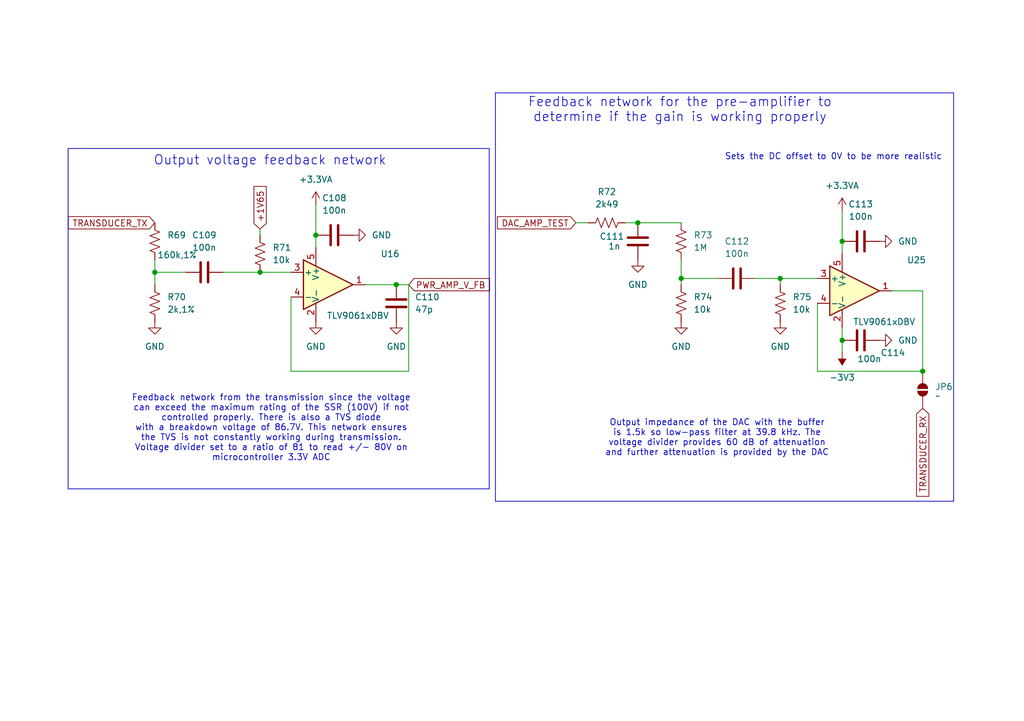
<source format=kicad_sch>
(kicad_sch
	(version 20231120)
	(generator "eeschema")
	(generator_version "8.0")
	(uuid "2eda7243-6777-4e12-9925-dfaf1bcdb188")
	(paper "A5")
	(title_block
		(date "2025-01-17")
		(rev "1.3")
	)
	(lib_symbols
		(symbol "UAM_symbols:C"
			(pin_numbers hide)
			(pin_names
				(offset 0.254)
			)
			(exclude_from_sim no)
			(in_bom yes)
			(on_board yes)
			(property "Reference" "C"
				(at 0.635 2.54 0)
				(effects
					(font
						(size 1.27 1.27)
					)
					(justify left)
				)
			)
			(property "Value" "C"
				(at 0.635 -2.54 0)
				(effects
					(font
						(size 1.27 1.27)
					)
					(justify left)
				)
			)
			(property "Footprint" ""
				(at 0.9652 -3.81 0)
				(effects
					(font
						(size 1.27 1.27)
					)
					(hide yes)
				)
			)
			(property "Datasheet" "~"
				(at 0 0 0)
				(effects
					(font
						(size 1.27 1.27)
					)
					(hide yes)
				)
			)
			(property "Description" "Unpolarized capacitor"
				(at 0 0 0)
				(effects
					(font
						(size 1.27 1.27)
					)
					(hide yes)
				)
			)
			(property "ki_keywords" "cap capacitor"
				(at 0 0 0)
				(effects
					(font
						(size 1.27 1.27)
					)
					(hide yes)
				)
			)
			(property "ki_fp_filters" "C_*"
				(at 0 0 0)
				(effects
					(font
						(size 1.27 1.27)
					)
					(hide yes)
				)
			)
			(symbol "C_0_1"
				(polyline
					(pts
						(xy -2.032 -0.762) (xy 2.032 -0.762)
					)
					(stroke
						(width 0.508)
						(type default)
					)
					(fill
						(type none)
					)
				)
				(polyline
					(pts
						(xy -2.032 0.762) (xy 2.032 0.762)
					)
					(stroke
						(width 0.508)
						(type default)
					)
					(fill
						(type none)
					)
				)
			)
			(symbol "C_1_1"
				(pin passive line
					(at 0 3.81 270)
					(length 2.794)
					(name "~"
						(effects
							(font
								(size 1.27 1.27)
							)
						)
					)
					(number "1"
						(effects
							(font
								(size 1.27 1.27)
							)
						)
					)
				)
				(pin passive line
					(at 0 -3.81 90)
					(length 2.794)
					(name "~"
						(effects
							(font
								(size 1.27 1.27)
							)
						)
					)
					(number "2"
						(effects
							(font
								(size 1.27 1.27)
							)
						)
					)
				)
			)
		)
		(symbol "UAM_symbols:R_US"
			(pin_numbers hide)
			(pin_names
				(offset 0)
			)
			(exclude_from_sim no)
			(in_bom yes)
			(on_board yes)
			(property "Reference" "R"
				(at 2.54 0 90)
				(effects
					(font
						(size 1.27 1.27)
					)
				)
			)
			(property "Value" "R_US"
				(at -2.54 0 90)
				(effects
					(font
						(size 1.27 1.27)
					)
				)
			)
			(property "Footprint" ""
				(at 1.016 -0.254 90)
				(effects
					(font
						(size 1.27 1.27)
					)
					(hide yes)
				)
			)
			(property "Datasheet" "~"
				(at 0 0 0)
				(effects
					(font
						(size 1.27 1.27)
					)
					(hide yes)
				)
			)
			(property "Description" "Resistor, US symbol"
				(at 0 0 0)
				(effects
					(font
						(size 1.27 1.27)
					)
					(hide yes)
				)
			)
			(property "ki_keywords" "R res resistor"
				(at 0 0 0)
				(effects
					(font
						(size 1.27 1.27)
					)
					(hide yes)
				)
			)
			(property "ki_fp_filters" "R_*"
				(at 0 0 0)
				(effects
					(font
						(size 1.27 1.27)
					)
					(hide yes)
				)
			)
			(symbol "R_US_0_1"
				(polyline
					(pts
						(xy 0 -2.286) (xy 0 -2.54)
					)
					(stroke
						(width 0)
						(type default)
					)
					(fill
						(type none)
					)
				)
				(polyline
					(pts
						(xy 0 2.286) (xy 0 2.54)
					)
					(stroke
						(width 0)
						(type default)
					)
					(fill
						(type none)
					)
				)
				(polyline
					(pts
						(xy 0 -0.762) (xy 1.016 -1.143) (xy 0 -1.524) (xy -1.016 -1.905) (xy 0 -2.286)
					)
					(stroke
						(width 0)
						(type default)
					)
					(fill
						(type none)
					)
				)
				(polyline
					(pts
						(xy 0 0.762) (xy 1.016 0.381) (xy 0 0) (xy -1.016 -0.381) (xy 0 -0.762)
					)
					(stroke
						(width 0)
						(type default)
					)
					(fill
						(type none)
					)
				)
				(polyline
					(pts
						(xy 0 2.286) (xy 1.016 1.905) (xy 0 1.524) (xy -1.016 1.143) (xy 0 0.762)
					)
					(stroke
						(width 0)
						(type default)
					)
					(fill
						(type none)
					)
				)
			)
			(symbol "R_US_1_1"
				(pin passive line
					(at 0 3.81 270)
					(length 1.27)
					(name "~"
						(effects
							(font
								(size 1.27 1.27)
							)
						)
					)
					(number "1"
						(effects
							(font
								(size 1.27 1.27)
							)
						)
					)
				)
				(pin passive line
					(at 0 -3.81 90)
					(length 1.27)
					(name "~"
						(effects
							(font
								(size 1.27 1.27)
							)
						)
					)
					(number "2"
						(effects
							(font
								(size 1.27 1.27)
							)
						)
					)
				)
			)
		)
		(symbol "UAM_symbols:SolderJumper_2_Open"
			(pin_numbers hide)
			(pin_names
				(offset 0) hide)
			(exclude_from_sim yes)
			(in_bom no)
			(on_board yes)
			(property "Reference" "JP"
				(at 0 2.032 0)
				(effects
					(font
						(size 1.27 1.27)
					)
				)
			)
			(property "Value" "SolderJumper_2_Open"
				(at 0 -2.54 0)
				(effects
					(font
						(size 1.27 1.27)
					)
				)
			)
			(property "Footprint" ""
				(at 0 0 0)
				(effects
					(font
						(size 1.27 1.27)
					)
					(hide yes)
				)
			)
			(property "Datasheet" "~"
				(at 0 0 0)
				(effects
					(font
						(size 1.27 1.27)
					)
					(hide yes)
				)
			)
			(property "Description" "Solder Jumper, 2-pole, open"
				(at 0 0 0)
				(effects
					(font
						(size 1.27 1.27)
					)
					(hide yes)
				)
			)
			(property "ki_keywords" "solder jumper SPST"
				(at 0 0 0)
				(effects
					(font
						(size 1.27 1.27)
					)
					(hide yes)
				)
			)
			(property "ki_fp_filters" "SolderJumper*Open*"
				(at 0 0 0)
				(effects
					(font
						(size 1.27 1.27)
					)
					(hide yes)
				)
			)
			(symbol "SolderJumper_2_Open_0_1"
				(arc
					(start -0.254 1.016)
					(mid -1.2656 0)
					(end -0.254 -1.016)
					(stroke
						(width 0)
						(type default)
					)
					(fill
						(type none)
					)
				)
				(arc
					(start -0.254 1.016)
					(mid -1.2656 0)
					(end -0.254 -1.016)
					(stroke
						(width 0)
						(type default)
					)
					(fill
						(type outline)
					)
				)
				(polyline
					(pts
						(xy -0.254 1.016) (xy -0.254 -1.016)
					)
					(stroke
						(width 0)
						(type default)
					)
					(fill
						(type none)
					)
				)
				(polyline
					(pts
						(xy 0.254 1.016) (xy 0.254 -1.016)
					)
					(stroke
						(width 0)
						(type default)
					)
					(fill
						(type none)
					)
				)
				(arc
					(start 0.254 -1.016)
					(mid 1.2656 0)
					(end 0.254 1.016)
					(stroke
						(width 0)
						(type default)
					)
					(fill
						(type none)
					)
				)
				(arc
					(start 0.254 -1.016)
					(mid 1.2656 0)
					(end 0.254 1.016)
					(stroke
						(width 0)
						(type default)
					)
					(fill
						(type outline)
					)
				)
			)
			(symbol "SolderJumper_2_Open_1_1"
				(pin passive line
					(at -3.81 0 0)
					(length 2.54)
					(name "A"
						(effects
							(font
								(size 1.27 1.27)
							)
						)
					)
					(number "1"
						(effects
							(font
								(size 1.27 1.27)
							)
						)
					)
				)
				(pin passive line
					(at 3.81 0 180)
					(length 2.54)
					(name "B"
						(effects
							(font
								(size 1.27 1.27)
							)
						)
					)
					(number "2"
						(effects
							(font
								(size 1.27 1.27)
							)
						)
					)
				)
			)
		)
		(symbol "UAM_symbols:TLV9061xDBV"
			(pin_names
				(offset 0.127)
			)
			(exclude_from_sim no)
			(in_bom yes)
			(on_board yes)
			(property "Reference" "U"
				(at -1.27 6.35 0)
				(effects
					(font
						(size 1.27 1.27)
					)
					(justify left)
				)
			)
			(property "Value" "TLV9061xDBV"
				(at -1.27 3.81 0)
				(effects
					(font
						(size 1.27 1.27)
					)
					(justify left)
				)
			)
			(property "Footprint" "Package_TO_SOT_SMD:SOT-23-5"
				(at -15.24 -19.05 0)
				(effects
					(font
						(size 1.27 1.27)
					)
					(justify left)
					(hide yes)
				)
			)
			(property "Datasheet" "https://www.ti.com/lit/ds/symlink/tlv9061.pdf"
				(at 0 20.32 0)
				(effects
					(font
						(size 1.27 1.27)
					)
					(hide yes)
				)
			)
			(property "Description" "10-MHz, RRIO, CMOS Operational Amplifiers for Cost-Sensitive Systems, SOT-23-5"
				(at 0 0 0)
				(effects
					(font
						(size 1.27 1.27)
					)
					(hide yes)
				)
			)
			(property "ki_keywords" "single opamp rail to rail input output"
				(at 0 0 0)
				(effects
					(font
						(size 1.27 1.27)
					)
					(hide yes)
				)
			)
			(property "ki_fp_filters" "SOT?23*"
				(at 0 0 0)
				(effects
					(font
						(size 1.27 1.27)
					)
					(hide yes)
				)
			)
			(symbol "TLV9061xDBV_0_1"
				(polyline
					(pts
						(xy -5.08 5.08) (xy 5.08 0) (xy -5.08 -5.08) (xy -5.08 5.08)
					)
					(stroke
						(width 0.254)
						(type default)
					)
					(fill
						(type background)
					)
				)
				(pin power_in line
					(at -2.54 -7.62 90)
					(length 3.81)
					(name "V-"
						(effects
							(font
								(size 1.27 1.27)
							)
						)
					)
					(number "2"
						(effects
							(font
								(size 1.27 1.27)
							)
						)
					)
				)
				(pin power_in line
					(at -2.54 7.62 270)
					(length 3.81)
					(name "V+"
						(effects
							(font
								(size 1.27 1.27)
							)
						)
					)
					(number "5"
						(effects
							(font
								(size 1.27 1.27)
							)
						)
					)
				)
			)
			(symbol "TLV9061xDBV_1_1"
				(pin output line
					(at 7.62 0 180)
					(length 2.54)
					(name "~"
						(effects
							(font
								(size 1.27 1.27)
							)
						)
					)
					(number "1"
						(effects
							(font
								(size 1.27 1.27)
							)
						)
					)
				)
				(pin input line
					(at -7.62 2.54 0)
					(length 2.54)
					(name "+"
						(effects
							(font
								(size 1.27 1.27)
							)
						)
					)
					(number "3"
						(effects
							(font
								(size 1.27 1.27)
							)
						)
					)
				)
				(pin input line
					(at -7.62 -2.54 0)
					(length 2.54)
					(name "-"
						(effects
							(font
								(size 1.27 1.27)
							)
						)
					)
					(number "4"
						(effects
							(font
								(size 1.27 1.27)
							)
						)
					)
				)
			)
		)
		(symbol "power:+3.3VA"
			(power)
			(pin_numbers hide)
			(pin_names
				(offset 0) hide)
			(exclude_from_sim no)
			(in_bom yes)
			(on_board yes)
			(property "Reference" "#PWR"
				(at 0 -3.81 0)
				(effects
					(font
						(size 1.27 1.27)
					)
					(hide yes)
				)
			)
			(property "Value" "+3.3VA"
				(at 0 3.556 0)
				(effects
					(font
						(size 1.27 1.27)
					)
				)
			)
			(property "Footprint" ""
				(at 0 0 0)
				(effects
					(font
						(size 1.27 1.27)
					)
					(hide yes)
				)
			)
			(property "Datasheet" ""
				(at 0 0 0)
				(effects
					(font
						(size 1.27 1.27)
					)
					(hide yes)
				)
			)
			(property "Description" "Power symbol creates a global label with name \"+3.3VA\""
				(at 0 0 0)
				(effects
					(font
						(size 1.27 1.27)
					)
					(hide yes)
				)
			)
			(property "ki_keywords" "global power"
				(at 0 0 0)
				(effects
					(font
						(size 1.27 1.27)
					)
					(hide yes)
				)
			)
			(symbol "+3.3VA_0_1"
				(polyline
					(pts
						(xy -0.762 1.27) (xy 0 2.54)
					)
					(stroke
						(width 0)
						(type default)
					)
					(fill
						(type none)
					)
				)
				(polyline
					(pts
						(xy 0 0) (xy 0 2.54)
					)
					(stroke
						(width 0)
						(type default)
					)
					(fill
						(type none)
					)
				)
				(polyline
					(pts
						(xy 0 2.54) (xy 0.762 1.27)
					)
					(stroke
						(width 0)
						(type default)
					)
					(fill
						(type none)
					)
				)
			)
			(symbol "+3.3VA_1_1"
				(pin power_in line
					(at 0 0 90)
					(length 0)
					(name "~"
						(effects
							(font
								(size 1.27 1.27)
							)
						)
					)
					(number "1"
						(effects
							(font
								(size 1.27 1.27)
							)
						)
					)
				)
			)
		)
		(symbol "power:-3V3"
			(power)
			(pin_numbers hide)
			(pin_names
				(offset 0) hide)
			(exclude_from_sim no)
			(in_bom yes)
			(on_board yes)
			(property "Reference" "#PWR"
				(at 0 -3.81 0)
				(effects
					(font
						(size 1.27 1.27)
					)
					(hide yes)
				)
			)
			(property "Value" "-3V3"
				(at 0 3.556 0)
				(effects
					(font
						(size 1.27 1.27)
					)
				)
			)
			(property "Footprint" ""
				(at 0 0 0)
				(effects
					(font
						(size 1.27 1.27)
					)
					(hide yes)
				)
			)
			(property "Datasheet" ""
				(at 0 0 0)
				(effects
					(font
						(size 1.27 1.27)
					)
					(hide yes)
				)
			)
			(property "Description" "Power symbol creates a global label with name \"-3V3\""
				(at 0 0 0)
				(effects
					(font
						(size 1.27 1.27)
					)
					(hide yes)
				)
			)
			(property "ki_keywords" "global power"
				(at 0 0 0)
				(effects
					(font
						(size 1.27 1.27)
					)
					(hide yes)
				)
			)
			(symbol "-3V3_0_0"
				(pin power_in line
					(at 0 0 90)
					(length 0)
					(name "~"
						(effects
							(font
								(size 1.27 1.27)
							)
						)
					)
					(number "1"
						(effects
							(font
								(size 1.27 1.27)
							)
						)
					)
				)
			)
			(symbol "-3V3_0_1"
				(polyline
					(pts
						(xy 0 0) (xy 0 1.27) (xy 0.762 1.27) (xy 0 2.54) (xy -0.762 1.27) (xy 0 1.27)
					)
					(stroke
						(width 0)
						(type default)
					)
					(fill
						(type outline)
					)
				)
			)
		)
		(symbol "power:GND"
			(power)
			(pin_numbers hide)
			(pin_names
				(offset 0) hide)
			(exclude_from_sim no)
			(in_bom yes)
			(on_board yes)
			(property "Reference" "#PWR"
				(at 0 -6.35 0)
				(effects
					(font
						(size 1.27 1.27)
					)
					(hide yes)
				)
			)
			(property "Value" "GND"
				(at 0 -3.81 0)
				(effects
					(font
						(size 1.27 1.27)
					)
				)
			)
			(property "Footprint" ""
				(at 0 0 0)
				(effects
					(font
						(size 1.27 1.27)
					)
					(hide yes)
				)
			)
			(property "Datasheet" ""
				(at 0 0 0)
				(effects
					(font
						(size 1.27 1.27)
					)
					(hide yes)
				)
			)
			(property "Description" "Power symbol creates a global label with name \"GND\" , ground"
				(at 0 0 0)
				(effects
					(font
						(size 1.27 1.27)
					)
					(hide yes)
				)
			)
			(property "ki_keywords" "global power"
				(at 0 0 0)
				(effects
					(font
						(size 1.27 1.27)
					)
					(hide yes)
				)
			)
			(symbol "GND_0_1"
				(polyline
					(pts
						(xy 0 0) (xy 0 -1.27) (xy 1.27 -1.27) (xy 0 -2.54) (xy -1.27 -1.27) (xy 0 -1.27)
					)
					(stroke
						(width 0)
						(type default)
					)
					(fill
						(type none)
					)
				)
			)
			(symbol "GND_1_1"
				(pin power_in line
					(at 0 0 270)
					(length 0)
					(name "~"
						(effects
							(font
								(size 1.27 1.27)
							)
						)
					)
					(number "1"
						(effects
							(font
								(size 1.27 1.27)
							)
						)
					)
				)
			)
		)
	)
	(junction
		(at 64.77 48.26)
		(diameter 0)
		(color 0 0 0 0)
		(uuid "35d8ac08-1f92-4a58-92ca-9eb9c7c5a0b0")
	)
	(junction
		(at 172.72 49.53)
		(diameter 0)
		(color 0 0 0 0)
		(uuid "386e0cac-0668-4098-88cf-66f3729ff1a4")
	)
	(junction
		(at 81.28 58.42)
		(diameter 0)
		(color 0 0 0 0)
		(uuid "39adf2d8-eb9d-43bc-b18c-93c1bef7a4e4")
	)
	(junction
		(at 160.02 57.15)
		(diameter 0)
		(color 0 0 0 0)
		(uuid "3fb45684-7c57-49c4-a600-d14945d61949")
	)
	(junction
		(at 31.75 55.88)
		(diameter 0)
		(color 0 0 0 0)
		(uuid "817ff74c-ae77-425a-891c-9b0a09475565")
	)
	(junction
		(at 189.23 76.2)
		(diameter 0)
		(color 0 0 0 0)
		(uuid "9aa628d1-a8f8-46b4-9cf7-156f6d71fa0d")
	)
	(junction
		(at 53.34 55.88)
		(diameter 0)
		(color 0 0 0 0)
		(uuid "ce7e3e45-bed6-436c-aaa5-d3f0f594c4c8")
	)
	(junction
		(at 172.72 69.85)
		(diameter 0)
		(color 0 0 0 0)
		(uuid "e843a698-ad02-4d55-9cf6-ebed1b2c433b")
	)
	(junction
		(at 139.7 57.15)
		(diameter 0)
		(color 0 0 0 0)
		(uuid "eb9a460d-3cb2-4c0f-9935-243a04f0815f")
	)
	(junction
		(at 130.81 45.72)
		(diameter 0)
		(color 0 0 0 0)
		(uuid "f16cefa8-d76b-4a0e-b4d4-b53aeb453ed2")
	)
	(wire
		(pts
			(xy 172.72 49.53) (xy 172.72 52.07)
		)
		(stroke
			(width 0)
			(type default)
		)
		(uuid "274a4012-d856-4f28-96c3-47805af66649")
	)
	(wire
		(pts
			(xy 31.75 55.88) (xy 38.1 55.88)
		)
		(stroke
			(width 0)
			(type default)
		)
		(uuid "2e2359c6-b30a-4526-9ae6-a250720d7d6a")
	)
	(wire
		(pts
			(xy 154.94 57.15) (xy 160.02 57.15)
		)
		(stroke
			(width 0)
			(type default)
		)
		(uuid "2eddb83e-36da-4cee-be8e-096a43c6dc2c")
	)
	(wire
		(pts
			(xy 53.34 46.99) (xy 53.34 48.26)
		)
		(stroke
			(width 0)
			(type default)
		)
		(uuid "351071b4-bfa6-4fa9-94e5-970d55982fa8")
	)
	(wire
		(pts
			(xy 83.82 76.2) (xy 83.82 58.42)
		)
		(stroke
			(width 0)
			(type default)
		)
		(uuid "3ce029ab-0861-419d-b21b-22d83c413c1c")
	)
	(wire
		(pts
			(xy 139.7 57.15) (xy 139.7 58.42)
		)
		(stroke
			(width 0)
			(type default)
		)
		(uuid "4ec34829-5ab0-45e6-8e57-90a769ecbb1a")
	)
	(wire
		(pts
			(xy 167.64 62.23) (xy 167.64 76.2)
		)
		(stroke
			(width 0)
			(type default)
		)
		(uuid "590386fa-b9a5-44a4-9b99-2c6b79640a3e")
	)
	(wire
		(pts
			(xy 59.69 76.2) (xy 83.82 76.2)
		)
		(stroke
			(width 0)
			(type default)
		)
		(uuid "59f6f728-3829-4b6c-9b64-d9f878d66b36")
	)
	(wire
		(pts
			(xy 189.23 59.69) (xy 182.88 59.69)
		)
		(stroke
			(width 0)
			(type default)
		)
		(uuid "6620b426-56f3-4a93-a4bc-65d09e43aa5a")
	)
	(wire
		(pts
			(xy 64.77 41.91) (xy 64.77 48.26)
		)
		(stroke
			(width 0)
			(type default)
		)
		(uuid "6c1e77cd-29c3-4c24-8039-8822849f1da2")
	)
	(wire
		(pts
			(xy 139.7 57.15) (xy 147.32 57.15)
		)
		(stroke
			(width 0)
			(type default)
		)
		(uuid "76d2c8da-2b55-4c72-8ef3-373d2fccb8eb")
	)
	(wire
		(pts
			(xy 31.75 53.34) (xy 31.75 55.88)
		)
		(stroke
			(width 0)
			(type default)
		)
		(uuid "7864f640-3d2b-46a6-a7c2-16bc7a08d219")
	)
	(wire
		(pts
			(xy 130.81 45.72) (xy 139.7 45.72)
		)
		(stroke
			(width 0)
			(type default)
		)
		(uuid "7ab36941-118e-45a0-9e3d-2ba515ef5370")
	)
	(wire
		(pts
			(xy 172.72 43.18) (xy 172.72 49.53)
		)
		(stroke
			(width 0)
			(type default)
		)
		(uuid "89db3fa8-78a7-4896-a920-45f1a088b680")
	)
	(wire
		(pts
			(xy 167.64 76.2) (xy 189.23 76.2)
		)
		(stroke
			(width 0)
			(type default)
		)
		(uuid "8ac6efd6-f8c9-4bad-b4c8-48f95680a925")
	)
	(wire
		(pts
			(xy 81.28 58.42) (xy 74.93 58.42)
		)
		(stroke
			(width 0)
			(type default)
		)
		(uuid "8c2617e2-2203-4dff-a7cd-f82667c46b40")
	)
	(wire
		(pts
			(xy 172.72 67.31) (xy 172.72 69.85)
		)
		(stroke
			(width 0)
			(type default)
		)
		(uuid "9ae8fcb7-2844-40b1-9baf-4b2c3a7a07f2")
	)
	(wire
		(pts
			(xy 128.27 45.72) (xy 130.81 45.72)
		)
		(stroke
			(width 0)
			(type default)
		)
		(uuid "aed873c1-d072-4915-9c76-c688c95183bf")
	)
	(wire
		(pts
			(xy 31.75 55.88) (xy 31.75 58.42)
		)
		(stroke
			(width 0)
			(type default)
		)
		(uuid "b75a1509-ec4c-49c2-8d44-12a8f199fac7")
	)
	(wire
		(pts
			(xy 45.72 55.88) (xy 53.34 55.88)
		)
		(stroke
			(width 0)
			(type default)
		)
		(uuid "c17e3ae2-3733-440b-8a8c-089cc7a9f76a")
	)
	(wire
		(pts
			(xy 160.02 57.15) (xy 167.64 57.15)
		)
		(stroke
			(width 0)
			(type default)
		)
		(uuid "cd827bd8-36d0-4949-bcb9-aa292c99dacc")
	)
	(wire
		(pts
			(xy 59.69 60.96) (xy 59.69 76.2)
		)
		(stroke
			(width 0)
			(type default)
		)
		(uuid "cda284bc-2498-42b2-8096-e57909ff36bc")
	)
	(wire
		(pts
			(xy 189.23 76.2) (xy 189.23 59.69)
		)
		(stroke
			(width 0)
			(type default)
		)
		(uuid "ce82f07f-383b-4a50-b511-2ecfd2c4ff87")
	)
	(wire
		(pts
			(xy 118.11 45.72) (xy 120.65 45.72)
		)
		(stroke
			(width 0)
			(type default)
		)
		(uuid "cee08411-4c64-4473-9ba4-2cbe95090631")
	)
	(wire
		(pts
			(xy 53.34 55.88) (xy 59.69 55.88)
		)
		(stroke
			(width 0)
			(type default)
		)
		(uuid "d5013a9b-ce9f-4448-8700-b266a00b2197")
	)
	(wire
		(pts
			(xy 64.77 48.26) (xy 64.77 50.8)
		)
		(stroke
			(width 0)
			(type default)
		)
		(uuid "d78329bb-f106-4767-9315-e9a0b5c288d7")
	)
	(wire
		(pts
			(xy 83.82 58.42) (xy 81.28 58.42)
		)
		(stroke
			(width 0)
			(type default)
		)
		(uuid "e75e0e2d-66d9-449d-80e9-52e9f8ad3a1f")
	)
	(wire
		(pts
			(xy 172.72 69.85) (xy 172.72 72.39)
		)
		(stroke
			(width 0)
			(type default)
		)
		(uuid "f72414b8-bec4-4fd0-9114-40aaa8bce93e")
	)
	(wire
		(pts
			(xy 160.02 58.42) (xy 160.02 57.15)
		)
		(stroke
			(width 0)
			(type default)
		)
		(uuid "f9af9a10-dc2d-41a2-904b-0581c697f045")
	)
	(wire
		(pts
			(xy 139.7 53.34) (xy 139.7 57.15)
		)
		(stroke
			(width 0)
			(type default)
		)
		(uuid "fa419a60-2e61-4c53-8d88-ea94b6cb68f2")
	)
	(rectangle
		(start 101.6 19.05)
		(end 195.58 102.87)
		(stroke
			(width 0)
			(type default)
		)
		(fill
			(type none)
		)
		(uuid a421dc83-4d93-4c4d-b481-0babefe950bc)
	)
	(rectangle
		(start 13.97 30.48)
		(end 100.33 100.33)
		(stroke
			(width 0)
			(type default)
		)
		(fill
			(type none)
		)
		(uuid c247c3d7-6e94-4c31-bc7c-917893a7cf40)
	)
	(text "Sets the DC offset to 0V to be more realistic"
		(exclude_from_sim no)
		(at 170.942 32.258 0)
		(effects
			(font
				(size 1.27 1.27)
			)
		)
		(uuid "1cf00782-a15e-4ac2-8486-f70abed6a97d")
	)
	(text "Output impedance of the DAC with the buffer\nis 1.5k so low-pass filter at 39.8 kHz. The\nvoltage divider provides 60 dB of attenuation\nand further attenuation is provided by the DAC"
		(exclude_from_sim no)
		(at 147.066 89.916 0)
		(effects
			(font
				(size 1.27 1.27)
			)
		)
		(uuid "2131ef08-77f9-4910-be7d-53cf4ea8585c")
	)
	(text "Feedback network for the pre-amplifier to\ndetermine if the gain is working properly"
		(exclude_from_sim no)
		(at 139.446 22.606 0)
		(effects
			(font
				(size 1.905 1.905)
			)
		)
		(uuid "7919d829-3c48-47c9-a370-56e03a206fc6")
	)
	(text "Feedback network from the transmission since the voltage\ncan exceed the maximum rating of the SSR (100V) if not\ncontrolled properly. There is also a TVS diode\nwith a breakdown voltage of 86.7V. This network ensures\nthe TVS is not constantly working during transmission.\nVoltage divider set to a ratio of 81 to read +/- 80V on\nmicrocontroller 3.3V ADC"
		(exclude_from_sim no)
		(at 55.626 87.884 0)
		(effects
			(font
				(size 1.27 1.27)
			)
		)
		(uuid "8c159ae7-61b8-433b-b497-d35c5074b183")
	)
	(text "Output voltage feedback network"
		(exclude_from_sim no)
		(at 55.372 33.02 0)
		(effects
			(font
				(size 1.905 1.905)
			)
		)
		(uuid "953d23c8-d131-4093-9601-caedcffe8339")
	)
	(global_label "+1V65"
		(shape input)
		(at 53.34 46.99 90)
		(fields_autoplaced yes)
		(effects
			(font
				(size 1.27 1.27)
			)
			(justify left)
		)
		(uuid "032ad69f-ce26-4a08-9cbe-d4941c05901f")
		(property "Intersheetrefs" "${INTERSHEET_REFS}"
			(at 53.34 37.7153 90)
			(effects
				(font
					(size 1.27 1.27)
				)
				(justify left)
				(hide yes)
			)
		)
	)
	(global_label "TRANSDUCER_TX"
		(shape input)
		(at 31.75 45.72 180)
		(fields_autoplaced yes)
		(effects
			(font
				(size 1.27 1.27)
			)
			(justify right)
		)
		(uuid "32df790e-3fb0-48e4-9b94-da5b06424662")
		(property "Intersheetrefs" "${INTERSHEET_REFS}"
			(at 13.4644 45.72 0)
			(effects
				(font
					(size 1.27 1.27)
				)
				(justify right)
				(hide yes)
			)
		)
	)
	(global_label "PWR_AMP_V_FB"
		(shape input)
		(at 83.82 58.42 0)
		(fields_autoplaced yes)
		(effects
			(font
				(size 1.27 1.27)
			)
			(justify left)
		)
		(uuid "38b4e888-45ec-4755-b60d-63aa28e98ecf")
		(property "Intersheetrefs" "${INTERSHEET_REFS}"
			(at 100.9566 58.42 0)
			(effects
				(font
					(size 1.27 1.27)
				)
				(justify left)
				(hide yes)
			)
		)
	)
	(global_label "TRANSDUCER_RX"
		(shape input)
		(at 189.23 83.82 270)
		(fields_autoplaced yes)
		(effects
			(font
				(size 1.27 1.27)
			)
			(justify right)
		)
		(uuid "693d4911-e291-4c57-8097-d32f3116c249")
		(property "Intersheetrefs" "${INTERSHEET_REFS}"
			(at 189.23 102.408 90)
			(effects
				(font
					(size 1.27 1.27)
				)
				(justify right)
				(hide yes)
			)
		)
	)
	(global_label "DAC_AMP_TEST"
		(shape input)
		(at 118.11 45.72 180)
		(fields_autoplaced yes)
		(effects
			(font
				(size 1.27 1.27)
			)
			(justify right)
		)
		(uuid "c698106a-c8aa-415f-9d51-a11a2a7279ab")
		(property "Intersheetrefs" "${INTERSHEET_REFS}"
			(at 101.4573 45.72 0)
			(effects
				(font
					(size 1.27 1.27)
				)
				(justify right)
				(hide yes)
			)
		)
	)
	(symbol
		(lib_id "power:+3.3VA")
		(at 64.77 41.91 0)
		(unit 1)
		(exclude_from_sim no)
		(in_bom yes)
		(on_board yes)
		(dnp no)
		(fields_autoplaced yes)
		(uuid "040009d7-173e-4b55-b768-213962c68da7")
		(property "Reference" "#PWR0174"
			(at 64.77 45.72 0)
			(effects
				(font
					(size 1.27 1.27)
				)
				(hide yes)
			)
		)
		(property "Value" "+3.3VA"
			(at 64.77 36.83 0)
			(effects
				(font
					(size 1.27 1.27)
				)
			)
		)
		(property "Footprint" ""
			(at 64.77 41.91 0)
			(effects
				(font
					(size 1.27 1.27)
				)
				(hide yes)
			)
		)
		(property "Datasheet" ""
			(at 64.77 41.91 0)
			(effects
				(font
					(size 1.27 1.27)
				)
				(hide yes)
			)
		)
		(property "Description" "Power symbol creates a global label with name \"+3.3VA\""
			(at 64.77 41.91 0)
			(effects
				(font
					(size 1.27 1.27)
				)
				(hide yes)
			)
		)
		(pin "1"
			(uuid "83b60db4-c0e3-4273-9621-9fe52aaf89d8")
		)
		(instances
			(project ""
				(path "/af15edda-fefd-41c1-b558-f4be36e6b138/7a9fb0a4-e76b-4d27-a68d-a4a5d98556a9"
					(reference "#PWR0174")
					(unit 1)
				)
			)
		)
	)
	(symbol
		(lib_id "UAM_symbols:C")
		(at 130.81 49.53 0)
		(unit 1)
		(exclude_from_sim no)
		(in_bom yes)
		(on_board yes)
		(dnp no)
		(uuid "0b04ed9e-622c-47b8-843b-b1b3f5493a06")
		(property "Reference" "C111"
			(at 122.936 48.514 0)
			(effects
				(font
					(size 1.27 1.27)
				)
				(justify left)
			)
		)
		(property "Value" "1n"
			(at 124.714 50.546 0)
			(effects
				(font
					(size 1.27 1.27)
				)
				(justify left)
			)
		)
		(property "Footprint" "Capacitor_SMD:C_0603_1608Metric_Pad1.08x0.95mm_HandSolder"
			(at 131.7752 53.34 0)
			(effects
				(font
					(size 1.27 1.27)
				)
				(hide yes)
			)
		)
		(property "Datasheet" "~"
			(at 130.81 49.53 0)
			(effects
				(font
					(size 1.27 1.27)
				)
				(hide yes)
			)
		)
		(property "Description" "Unpolarized capacitor"
			(at 130.81 49.53 0)
			(effects
				(font
					(size 1.27 1.27)
				)
				(hide yes)
			)
		)
		(pin "2"
			(uuid "6516c64b-639e-4bca-a415-51b795ed3e27")
		)
		(pin "1"
			(uuid "4fdae92e-0c9e-4e7b-86c8-b4c02d7ab9fc")
		)
		(instances
			(project ""
				(path "/af15edda-fefd-41c1-b558-f4be36e6b138/7a9fb0a4-e76b-4d27-a68d-a4a5d98556a9"
					(reference "C111")
					(unit 1)
				)
			)
		)
	)
	(symbol
		(lib_id "UAM_symbols:TLV9061xDBV")
		(at 175.26 59.69 0)
		(unit 1)
		(exclude_from_sim no)
		(in_bom yes)
		(on_board yes)
		(dnp no)
		(uuid "0c5a7ee0-df63-455d-bc85-7ac615cd890b")
		(property "Reference" "U25"
			(at 187.96 53.3714 0)
			(effects
				(font
					(size 1.27 1.27)
				)
			)
		)
		(property "Value" "TLV9061xDBV"
			(at 181.356 66.04 0)
			(effects
				(font
					(size 1.27 1.27)
				)
			)
		)
		(property "Footprint" "Package_TO_SOT_SMD:SOT-23-5"
			(at 140.716 48.26 0)
			(effects
				(font
					(size 1.27 1.27)
				)
				(justify left)
				(hide yes)
			)
		)
		(property "Datasheet" "https://www.ti.com/lit/ds/symlink/tlv9061.pdf"
			(at 175.26 39.37 0)
			(effects
				(font
					(size 1.27 1.27)
				)
				(hide yes)
			)
		)
		(property "Description" "10-MHz, RRIO, CMOS Operational Amplifiers for Cost-Sensitive Systems, SOT-23-5"
			(at 175.26 59.69 0)
			(effects
				(font
					(size 1.27 1.27)
				)
				(hide yes)
			)
		)
		(property "Irms" ""
			(at 175.26 59.69 0)
			(effects
				(font
					(size 1.27 1.27)
				)
				(hide yes)
			)
		)
		(property "Tolerance" ""
			(at 175.26 59.69 0)
			(effects
				(font
					(size 1.27 1.27)
				)
				(hide yes)
			)
		)
		(property "Voltage" ""
			(at 175.26 59.69 0)
			(effects
				(font
					(size 1.27 1.27)
				)
				(hide yes)
			)
		)
		(pin "4"
			(uuid "b277bf55-1ad1-450a-a028-5c34ced1c934")
		)
		(pin "2"
			(uuid "8ccd71aa-477a-442c-b7a4-2ce247dd2e0b")
		)
		(pin "5"
			(uuid "a7a458a6-8d6d-4bba-a7e4-8c0af5ff4775")
		)
		(pin "1"
			(uuid "8287d5a3-b213-4477-89ed-3796e9424d2f")
		)
		(pin "3"
			(uuid "c40c21ee-e6ef-49d7-a34c-b2923b93e2f5")
		)
		(instances
			(project "UAM"
				(path "/af15edda-fefd-41c1-b558-f4be36e6b138/7a9fb0a4-e76b-4d27-a68d-a4a5d98556a9"
					(reference "U25")
					(unit 1)
				)
			)
		)
	)
	(symbol
		(lib_id "UAM_symbols:R_US")
		(at 139.7 49.53 180)
		(unit 1)
		(exclude_from_sim no)
		(in_bom yes)
		(on_board yes)
		(dnp no)
		(fields_autoplaced yes)
		(uuid "292a9e23-2143-44c9-8538-909e808035ef")
		(property "Reference" "R73"
			(at 142.24 48.2599 0)
			(effects
				(font
					(size 1.27 1.27)
				)
				(justify right)
			)
		)
		(property "Value" "1M"
			(at 142.24 50.7999 0)
			(effects
				(font
					(size 1.27 1.27)
				)
				(justify right)
			)
		)
		(property "Footprint" "Resistor_SMD:R_0603_1608Metric_Pad0.98x0.95mm_HandSolder"
			(at 138.684 49.276 90)
			(effects
				(font
					(size 1.27 1.27)
				)
				(hide yes)
			)
		)
		(property "Datasheet" "~"
			(at 139.7 49.53 0)
			(effects
				(font
					(size 1.27 1.27)
				)
				(hide yes)
			)
		)
		(property "Description" "Resistor, US symbol"
			(at 139.7 49.53 0)
			(effects
				(font
					(size 1.27 1.27)
				)
				(hide yes)
			)
		)
		(pin "2"
			(uuid "134a9ae4-31d3-4449-b4ef-f57e65dbae8e")
		)
		(pin "1"
			(uuid "5bbe81d9-4748-4c08-a2a4-4f5a28d0ed98")
		)
		(instances
			(project ""
				(path "/af15edda-fefd-41c1-b558-f4be36e6b138/7a9fb0a4-e76b-4d27-a68d-a4a5d98556a9"
					(reference "R73")
					(unit 1)
				)
			)
		)
	)
	(symbol
		(lib_id "UAM_symbols:C")
		(at 41.91 55.88 90)
		(unit 1)
		(exclude_from_sim no)
		(in_bom yes)
		(on_board yes)
		(dnp no)
		(fields_autoplaced yes)
		(uuid "297d72e7-ea07-4d01-bf79-c892b589840d")
		(property "Reference" "C109"
			(at 41.91 48.26 90)
			(effects
				(font
					(size 1.27 1.27)
				)
			)
		)
		(property "Value" "100n"
			(at 41.91 50.8 90)
			(effects
				(font
					(size 1.27 1.27)
				)
			)
		)
		(property "Footprint" "Capacitor_SMD:C_0603_1608Metric_Pad1.08x0.95mm_HandSolder"
			(at 45.72 54.9148 0)
			(effects
				(font
					(size 1.27 1.27)
				)
				(hide yes)
			)
		)
		(property "Datasheet" "~"
			(at 41.91 55.88 0)
			(effects
				(font
					(size 1.27 1.27)
				)
				(hide yes)
			)
		)
		(property "Description" "Unpolarized capacitor"
			(at 41.91 55.88 0)
			(effects
				(font
					(size 1.27 1.27)
				)
				(hide yes)
			)
		)
		(pin "1"
			(uuid "f80aa4b9-8d7e-4025-a80a-cb698c998438")
		)
		(pin "2"
			(uuid "34a29216-0800-4b26-bcba-7f9a6e2f3aa4")
		)
		(instances
			(project ""
				(path "/af15edda-fefd-41c1-b558-f4be36e6b138/7a9fb0a4-e76b-4d27-a68d-a4a5d98556a9"
					(reference "C109")
					(unit 1)
				)
			)
		)
	)
	(symbol
		(lib_id "UAM_symbols:R_US")
		(at 139.7 62.23 180)
		(unit 1)
		(exclude_from_sim no)
		(in_bom yes)
		(on_board yes)
		(dnp no)
		(fields_autoplaced yes)
		(uuid "29b4dc43-58aa-4d30-87ed-b8761dec99d0")
		(property "Reference" "R74"
			(at 142.24 60.9599 0)
			(effects
				(font
					(size 1.27 1.27)
				)
				(justify right)
			)
		)
		(property "Value" "10k"
			(at 142.24 63.4999 0)
			(effects
				(font
					(size 1.27 1.27)
				)
				(justify right)
			)
		)
		(property "Footprint" "Resistor_SMD:R_0603_1608Metric_Pad0.98x0.95mm_HandSolder"
			(at 138.684 61.976 90)
			(effects
				(font
					(size 1.27 1.27)
				)
				(hide yes)
			)
		)
		(property "Datasheet" "~"
			(at 139.7 62.23 0)
			(effects
				(font
					(size 1.27 1.27)
				)
				(hide yes)
			)
		)
		(property "Description" "Resistor, US symbol"
			(at 139.7 62.23 0)
			(effects
				(font
					(size 1.27 1.27)
				)
				(hide yes)
			)
		)
		(pin "2"
			(uuid "134a9ae4-31d3-4449-b4ef-f57e65dbae8f")
		)
		(pin "1"
			(uuid "5bbe81d9-4748-4c08-a2a4-4f5a28d0ed99")
		)
		(instances
			(project ""
				(path "/af15edda-fefd-41c1-b558-f4be36e6b138/7a9fb0a4-e76b-4d27-a68d-a4a5d98556a9"
					(reference "R74")
					(unit 1)
				)
			)
		)
	)
	(symbol
		(lib_id "UAM_symbols:R_US")
		(at 31.75 62.23 0)
		(unit 1)
		(exclude_from_sim no)
		(in_bom yes)
		(on_board yes)
		(dnp no)
		(fields_autoplaced yes)
		(uuid "300f6c8a-49a4-473a-a93b-68c114246f85")
		(property "Reference" "R70"
			(at 34.29 60.9599 0)
			(effects
				(font
					(size 1.27 1.27)
				)
				(justify left)
			)
		)
		(property "Value" "2k,1%"
			(at 34.29 63.4999 0)
			(effects
				(font
					(size 1.27 1.27)
				)
				(justify left)
			)
		)
		(property "Footprint" "Resistor_SMD:R_0603_1608Metric_Pad0.98x0.95mm_HandSolder"
			(at 32.766 62.484 90)
			(effects
				(font
					(size 1.27 1.27)
				)
				(hide yes)
			)
		)
		(property "Datasheet" "~"
			(at 31.75 62.23 0)
			(effects
				(font
					(size 1.27 1.27)
				)
				(hide yes)
			)
		)
		(property "Description" "Resistor, US symbol"
			(at 31.75 62.23 0)
			(effects
				(font
					(size 1.27 1.27)
				)
				(hide yes)
			)
		)
		(pin "1"
			(uuid "6ba23c50-fcaf-4396-b7b4-b539711d0cb1")
		)
		(pin "2"
			(uuid "d2a3c1c5-78a9-4bfd-bf23-df502f979cc1")
		)
		(instances
			(project ""
				(path "/af15edda-fefd-41c1-b558-f4be36e6b138/7a9fb0a4-e76b-4d27-a68d-a4a5d98556a9"
					(reference "R70")
					(unit 1)
				)
			)
		)
	)
	(symbol
		(lib_id "UAM_symbols:SolderJumper_2_Open")
		(at 189.23 80.01 90)
		(unit 1)
		(exclude_from_sim yes)
		(in_bom no)
		(on_board yes)
		(dnp no)
		(fields_autoplaced yes)
		(uuid "309c9981-e799-4d33-962a-f62bb922b931")
		(property "Reference" "JP6"
			(at 191.77 79.3749 90)
			(effects
				(font
					(size 1.27 1.27)
				)
				(justify right)
			)
		)
		(property "Value" "~"
			(at 191.77 81.28 90)
			(effects
				(font
					(size 1.27 1.27)
				)
				(justify right)
			)
		)
		(property "Footprint" "Jumper:SolderJumper-2_P1.3mm_Open_RoundedPad1.0x1.5mm"
			(at 189.23 80.01 0)
			(effects
				(font
					(size 1.27 1.27)
				)
				(hide yes)
			)
		)
		(property "Datasheet" "~"
			(at 189.23 80.01 0)
			(effects
				(font
					(size 1.27 1.27)
				)
				(hide yes)
			)
		)
		(property "Description" "Solder Jumper, 2-pole, open"
			(at 189.23 80.01 0)
			(effects
				(font
					(size 1.27 1.27)
				)
				(hide yes)
			)
		)
		(pin "1"
			(uuid "9cd2e3ed-3aa7-499c-8bc4-a73794fdc5de")
		)
		(pin "2"
			(uuid "3a20be0d-cdce-47fe-bfd8-4ed4d47097c5")
		)
		(instances
			(project ""
				(path "/af15edda-fefd-41c1-b558-f4be36e6b138/7a9fb0a4-e76b-4d27-a68d-a4a5d98556a9"
					(reference "JP6")
					(unit 1)
				)
			)
		)
	)
	(symbol
		(lib_id "UAM_symbols:C")
		(at 151.13 57.15 90)
		(unit 1)
		(exclude_from_sim no)
		(in_bom yes)
		(on_board yes)
		(dnp no)
		(fields_autoplaced yes)
		(uuid "332ad154-b126-4220-928a-d02769a69522")
		(property "Reference" "C112"
			(at 151.13 49.53 90)
			(effects
				(font
					(size 1.27 1.27)
				)
			)
		)
		(property "Value" "100n"
			(at 151.13 52.07 90)
			(effects
				(font
					(size 1.27 1.27)
				)
			)
		)
		(property "Footprint" "Capacitor_SMD:C_0603_1608Metric_Pad1.08x0.95mm_HandSolder"
			(at 154.94 56.1848 0)
			(effects
				(font
					(size 1.27 1.27)
				)
				(hide yes)
			)
		)
		(property "Datasheet" "~"
			(at 151.13 57.15 0)
			(effects
				(font
					(size 1.27 1.27)
				)
				(hide yes)
			)
		)
		(property "Description" "Unpolarized capacitor"
			(at 151.13 57.15 0)
			(effects
				(font
					(size 1.27 1.27)
				)
				(hide yes)
			)
		)
		(pin "1"
			(uuid "31473ce0-62d1-4d15-8e25-c01621cf0a2a")
		)
		(pin "2"
			(uuid "2bb4f329-d114-4d63-ad66-3daf6bd158d4")
		)
		(instances
			(project ""
				(path "/af15edda-fefd-41c1-b558-f4be36e6b138/7a9fb0a4-e76b-4d27-a68d-a4a5d98556a9"
					(reference "C112")
					(unit 1)
				)
			)
		)
	)
	(symbol
		(lib_id "UAM_symbols:C")
		(at 81.28 62.23 0)
		(unit 1)
		(exclude_from_sim no)
		(in_bom yes)
		(on_board yes)
		(dnp no)
		(fields_autoplaced yes)
		(uuid "3d3bd819-0285-4bcd-9a3f-764292cdea4d")
		(property "Reference" "C110"
			(at 85.09 60.9599 0)
			(effects
				(font
					(size 1.27 1.27)
				)
				(justify left)
			)
		)
		(property "Value" "47p"
			(at 85.09 63.4999 0)
			(effects
				(font
					(size 1.27 1.27)
				)
				(justify left)
			)
		)
		(property "Footprint" "Capacitor_SMD:C_0603_1608Metric_Pad1.08x0.95mm_HandSolder"
			(at 82.2452 66.04 0)
			(effects
				(font
					(size 1.27 1.27)
				)
				(hide yes)
			)
		)
		(property "Datasheet" "~"
			(at 81.28 62.23 0)
			(effects
				(font
					(size 1.27 1.27)
				)
				(hide yes)
			)
		)
		(property "Description" "Unpolarized capacitor"
			(at 81.28 62.23 0)
			(effects
				(font
					(size 1.27 1.27)
				)
				(hide yes)
			)
		)
		(pin "2"
			(uuid "2ab4360d-7162-43e5-94a0-028e1fd6fc31")
		)
		(pin "1"
			(uuid "6630e8ab-c531-4e3b-a27d-f872315c1a05")
		)
		(instances
			(project ""
				(path "/af15edda-fefd-41c1-b558-f4be36e6b138/7a9fb0a4-e76b-4d27-a68d-a4a5d98556a9"
					(reference "C110")
					(unit 1)
				)
			)
		)
	)
	(symbol
		(lib_id "UAM_symbols:R_US")
		(at 31.75 49.53 0)
		(unit 1)
		(exclude_from_sim no)
		(in_bom yes)
		(on_board yes)
		(dnp no)
		(uuid "441fcb67-8ce1-432a-a87a-a24646eb816d")
		(property "Reference" "R69"
			(at 34.29 48.2599 0)
			(effects
				(font
					(size 1.27 1.27)
				)
				(justify left)
			)
		)
		(property "Value" "160k,1%"
			(at 32.258 52.324 0)
			(effects
				(font
					(size 1.27 1.27)
				)
				(justify left)
			)
		)
		(property "Footprint" "Resistor_SMD:R_0805_2012Metric_Pad1.20x1.40mm_HandSolder"
			(at 32.766 49.784 90)
			(effects
				(font
					(size 1.27 1.27)
				)
				(hide yes)
			)
		)
		(property "Datasheet" "~"
			(at 31.75 49.53 0)
			(effects
				(font
					(size 1.27 1.27)
				)
				(hide yes)
			)
		)
		(property "Description" "Resistor, US symbol"
			(at 31.75 49.53 0)
			(effects
				(font
					(size 1.27 1.27)
				)
				(hide yes)
			)
		)
		(pin "1"
			(uuid "6ba23c50-fcaf-4396-b7b4-b539711d0cb2")
		)
		(pin "2"
			(uuid "d2a3c1c5-78a9-4bfd-bf23-df502f979cc2")
		)
		(instances
			(project ""
				(path "/af15edda-fefd-41c1-b558-f4be36e6b138/7a9fb0a4-e76b-4d27-a68d-a4a5d98556a9"
					(reference "R69")
					(unit 1)
				)
			)
		)
	)
	(symbol
		(lib_id "power:GND")
		(at 64.77 66.04 0)
		(unit 1)
		(exclude_from_sim no)
		(in_bom yes)
		(on_board yes)
		(dnp no)
		(fields_autoplaced yes)
		(uuid "58b83551-a29f-4d43-98fa-df108454bf3a")
		(property "Reference" "#PWR0172"
			(at 64.77 72.39 0)
			(effects
				(font
					(size 1.27 1.27)
				)
				(hide yes)
			)
		)
		(property "Value" "GND"
			(at 64.77 71.12 0)
			(effects
				(font
					(size 1.27 1.27)
				)
			)
		)
		(property "Footprint" ""
			(at 64.77 66.04 0)
			(effects
				(font
					(size 1.27 1.27)
				)
				(hide yes)
			)
		)
		(property "Datasheet" ""
			(at 64.77 66.04 0)
			(effects
				(font
					(size 1.27 1.27)
				)
				(hide yes)
			)
		)
		(property "Description" "Power symbol creates a global label with name \"GND\" , ground"
			(at 64.77 66.04 0)
			(effects
				(font
					(size 1.27 1.27)
				)
				(hide yes)
			)
		)
		(pin "1"
			(uuid "637d4b7d-a8ad-4a10-82c1-b0ede15787ed")
		)
		(instances
			(project ""
				(path "/af15edda-fefd-41c1-b558-f4be36e6b138/7a9fb0a4-e76b-4d27-a68d-a4a5d98556a9"
					(reference "#PWR0172")
					(unit 1)
				)
			)
		)
	)
	(symbol
		(lib_id "power:GND")
		(at 180.34 49.53 90)
		(unit 1)
		(exclude_from_sim no)
		(in_bom yes)
		(on_board yes)
		(dnp no)
		(fields_autoplaced yes)
		(uuid "68842bb6-dc09-4710-a9e0-a018b5752868")
		(property "Reference" "#PWR0180"
			(at 186.69 49.53 0)
			(effects
				(font
					(size 1.27 1.27)
				)
				(hide yes)
			)
		)
		(property "Value" "GND"
			(at 184.15 49.5299 90)
			(effects
				(font
					(size 1.27 1.27)
				)
				(justify right)
			)
		)
		(property "Footprint" ""
			(at 180.34 49.53 0)
			(effects
				(font
					(size 1.27 1.27)
				)
				(hide yes)
			)
		)
		(property "Datasheet" ""
			(at 180.34 49.53 0)
			(effects
				(font
					(size 1.27 1.27)
				)
				(hide yes)
			)
		)
		(property "Description" "Power symbol creates a global label with name \"GND\" , ground"
			(at 180.34 49.53 0)
			(effects
				(font
					(size 1.27 1.27)
				)
				(hide yes)
			)
		)
		(pin "1"
			(uuid "94eb6be8-74b8-4a2c-8ed7-8e6d91666f6f")
		)
		(instances
			(project "UAM"
				(path "/af15edda-fefd-41c1-b558-f4be36e6b138/7a9fb0a4-e76b-4d27-a68d-a4a5d98556a9"
					(reference "#PWR0180")
					(unit 1)
				)
			)
		)
	)
	(symbol
		(lib_id "UAM_symbols:R_US")
		(at 53.34 52.07 0)
		(unit 1)
		(exclude_from_sim no)
		(in_bom yes)
		(on_board yes)
		(dnp no)
		(fields_autoplaced yes)
		(uuid "6a1908d7-c28f-410f-82f6-e8f41b1ca70e")
		(property "Reference" "R71"
			(at 55.88 50.7999 0)
			(effects
				(font
					(size 1.27 1.27)
				)
				(justify left)
			)
		)
		(property "Value" "10k"
			(at 55.88 53.3399 0)
			(effects
				(font
					(size 1.27 1.27)
				)
				(justify left)
			)
		)
		(property "Footprint" "Resistor_SMD:R_0603_1608Metric_Pad0.98x0.95mm_HandSolder"
			(at 54.356 52.324 90)
			(effects
				(font
					(size 1.27 1.27)
				)
				(hide yes)
			)
		)
		(property "Datasheet" "~"
			(at 53.34 52.07 0)
			(effects
				(font
					(size 1.27 1.27)
				)
				(hide yes)
			)
		)
		(property "Description" "Resistor, US symbol"
			(at 53.34 52.07 0)
			(effects
				(font
					(size 1.27 1.27)
				)
				(hide yes)
			)
		)
		(pin "1"
			(uuid "1b01d57c-572b-4141-bccf-86e0a14da2c9")
		)
		(pin "2"
			(uuid "e49cda7e-19bf-4085-a9eb-8beba9c67c65")
		)
		(instances
			(project "UAM"
				(path "/af15edda-fefd-41c1-b558-f4be36e6b138/7a9fb0a4-e76b-4d27-a68d-a4a5d98556a9"
					(reference "R71")
					(unit 1)
				)
			)
		)
	)
	(symbol
		(lib_id "UAM_symbols:C")
		(at 68.58 48.26 90)
		(unit 1)
		(exclude_from_sim no)
		(in_bom yes)
		(on_board yes)
		(dnp no)
		(fields_autoplaced yes)
		(uuid "7c66f7ec-eb7a-40e7-9643-5f261f92dd35")
		(property "Reference" "C108"
			(at 68.58 40.64 90)
			(effects
				(font
					(size 1.27 1.27)
				)
			)
		)
		(property "Value" "100n"
			(at 68.58 43.18 90)
			(effects
				(font
					(size 1.27 1.27)
				)
			)
		)
		(property "Footprint" "Capacitor_SMD:C_0603_1608Metric_Pad1.08x0.95mm_HandSolder"
			(at 72.39 47.2948 0)
			(effects
				(font
					(size 1.27 1.27)
				)
				(hide yes)
			)
		)
		(property "Datasheet" "~"
			(at 68.58 48.26 0)
			(effects
				(font
					(size 1.27 1.27)
				)
				(hide yes)
			)
		)
		(property "Description" "Unpolarized capacitor"
			(at 68.58 48.26 0)
			(effects
				(font
					(size 1.27 1.27)
				)
				(hide yes)
			)
		)
		(pin "1"
			(uuid "f80aa4b9-8d7e-4025-a80a-cb698c998439")
		)
		(pin "2"
			(uuid "34a29216-0800-4b26-bcba-7f9a6e2f3aa5")
		)
		(instances
			(project ""
				(path "/af15edda-fefd-41c1-b558-f4be36e6b138/7a9fb0a4-e76b-4d27-a68d-a4a5d98556a9"
					(reference "C108")
					(unit 1)
				)
			)
		)
	)
	(symbol
		(lib_id "power:-3V3")
		(at 172.72 72.39 180)
		(unit 1)
		(exclude_from_sim no)
		(in_bom yes)
		(on_board yes)
		(dnp no)
		(fields_autoplaced yes)
		(uuid "7f67e217-67f2-4d4f-97b3-82401a7108cb")
		(property "Reference" "#PWR0178"
			(at 172.72 68.58 0)
			(effects
				(font
					(size 1.27 1.27)
				)
				(hide yes)
			)
		)
		(property "Value" "-3V3"
			(at 172.72 77.47 0)
			(effects
				(font
					(size 1.27 1.27)
				)
			)
		)
		(property "Footprint" ""
			(at 172.72 72.39 0)
			(effects
				(font
					(size 1.27 1.27)
				)
				(hide yes)
			)
		)
		(property "Datasheet" ""
			(at 172.72 72.39 0)
			(effects
				(font
					(size 1.27 1.27)
				)
				(hide yes)
			)
		)
		(property "Description" "Power symbol creates a global label with name \"-3V3\""
			(at 172.72 72.39 0)
			(effects
				(font
					(size 1.27 1.27)
				)
				(hide yes)
			)
		)
		(pin "1"
			(uuid "13ae7cc5-1a5c-4948-8cef-d656a7015307")
		)
		(instances
			(project ""
				(path "/af15edda-fefd-41c1-b558-f4be36e6b138/7a9fb0a4-e76b-4d27-a68d-a4a5d98556a9"
					(reference "#PWR0178")
					(unit 1)
				)
			)
		)
	)
	(symbol
		(lib_id "power:GND")
		(at 31.75 66.04 0)
		(unit 1)
		(exclude_from_sim no)
		(in_bom yes)
		(on_board yes)
		(dnp no)
		(fields_autoplaced yes)
		(uuid "8ca3d5d5-551a-4ab3-968d-5f5dfa076234")
		(property "Reference" "#PWR0171"
			(at 31.75 72.39 0)
			(effects
				(font
					(size 1.27 1.27)
				)
				(hide yes)
			)
		)
		(property "Value" "GND"
			(at 31.75 71.12 0)
			(effects
				(font
					(size 1.27 1.27)
				)
			)
		)
		(property "Footprint" ""
			(at 31.75 66.04 0)
			(effects
				(font
					(size 1.27 1.27)
				)
				(hide yes)
			)
		)
		(property "Datasheet" ""
			(at 31.75 66.04 0)
			(effects
				(font
					(size 1.27 1.27)
				)
				(hide yes)
			)
		)
		(property "Description" "Power symbol creates a global label with name \"GND\" , ground"
			(at 31.75 66.04 0)
			(effects
				(font
					(size 1.27 1.27)
				)
				(hide yes)
			)
		)
		(pin "1"
			(uuid "637d4b7d-a8ad-4a10-82c1-b0ede15787ee")
		)
		(instances
			(project ""
				(path "/af15edda-fefd-41c1-b558-f4be36e6b138/7a9fb0a4-e76b-4d27-a68d-a4a5d98556a9"
					(reference "#PWR0171")
					(unit 1)
				)
			)
		)
	)
	(symbol
		(lib_id "UAM_symbols:C")
		(at 176.53 49.53 90)
		(unit 1)
		(exclude_from_sim no)
		(in_bom yes)
		(on_board yes)
		(dnp no)
		(fields_autoplaced yes)
		(uuid "939da60b-1e5d-4f77-a250-7b19af818452")
		(property "Reference" "C113"
			(at 176.53 41.91 90)
			(effects
				(font
					(size 1.27 1.27)
				)
			)
		)
		(property "Value" "100n"
			(at 176.53 44.45 90)
			(effects
				(font
					(size 1.27 1.27)
				)
			)
		)
		(property "Footprint" "Capacitor_SMD:C_0603_1608Metric_Pad1.08x0.95mm_HandSolder"
			(at 180.34 48.5648 0)
			(effects
				(font
					(size 1.27 1.27)
				)
				(hide yes)
			)
		)
		(property "Datasheet" "~"
			(at 176.53 49.53 0)
			(effects
				(font
					(size 1.27 1.27)
				)
				(hide yes)
			)
		)
		(property "Description" "Unpolarized capacitor"
			(at 176.53 49.53 0)
			(effects
				(font
					(size 1.27 1.27)
				)
				(hide yes)
			)
		)
		(pin "1"
			(uuid "fa58a3e8-d39a-4571-92ac-d9b123c00003")
		)
		(pin "2"
			(uuid "b8cf4fbe-98b8-4bd8-a8ea-20b290c4c54e")
		)
		(instances
			(project "UAM"
				(path "/af15edda-fefd-41c1-b558-f4be36e6b138/7a9fb0a4-e76b-4d27-a68d-a4a5d98556a9"
					(reference "C113")
					(unit 1)
				)
			)
		)
	)
	(symbol
		(lib_id "UAM_symbols:TLV9061xDBV")
		(at 67.31 58.42 0)
		(unit 1)
		(exclude_from_sim no)
		(in_bom yes)
		(on_board yes)
		(dnp no)
		(uuid "99b6b919-007a-4641-a3d0-85db634991dd")
		(property "Reference" "U16"
			(at 80.01 52.1014 0)
			(effects
				(font
					(size 1.27 1.27)
				)
			)
		)
		(property "Value" "TLV9061xDBV"
			(at 73.406 64.77 0)
			(effects
				(font
					(size 1.27 1.27)
				)
			)
		)
		(property "Footprint" "Package_TO_SOT_SMD:SOT-23-5"
			(at 32.766 46.99 0)
			(effects
				(font
					(size 1.27 1.27)
				)
				(justify left)
				(hide yes)
			)
		)
		(property "Datasheet" "https://www.ti.com/lit/ds/symlink/tlv9061.pdf"
			(at 67.31 38.1 0)
			(effects
				(font
					(size 1.27 1.27)
				)
				(hide yes)
			)
		)
		(property "Description" "10-MHz, RRIO, CMOS Operational Amplifiers for Cost-Sensitive Systems, SOT-23-5"
			(at 67.31 58.42 0)
			(effects
				(font
					(size 1.27 1.27)
				)
				(hide yes)
			)
		)
		(property "Irms" ""
			(at 67.31 58.42 0)
			(effects
				(font
					(size 1.27 1.27)
				)
				(hide yes)
			)
		)
		(property "Tolerance" ""
			(at 67.31 58.42 0)
			(effects
				(font
					(size 1.27 1.27)
				)
				(hide yes)
			)
		)
		(property "Voltage" ""
			(at 67.31 58.42 0)
			(effects
				(font
					(size 1.27 1.27)
				)
				(hide yes)
			)
		)
		(pin "4"
			(uuid "086f04fa-f4cc-4e8b-bbe7-158049693e8a")
		)
		(pin "2"
			(uuid "87209c39-cd97-4ba9-a006-c9f7b19adf69")
		)
		(pin "5"
			(uuid "8a9b53f5-9c66-4e5d-8f9d-42183f1875bf")
		)
		(pin "1"
			(uuid "d5051d15-56ba-477d-9f6b-8099355d9831")
		)
		(pin "3"
			(uuid "969b09bd-4560-4a5d-b7f9-e27986543e50")
		)
		(instances
			(project "UAM"
				(path "/af15edda-fefd-41c1-b558-f4be36e6b138/7a9fb0a4-e76b-4d27-a68d-a4a5d98556a9"
					(reference "U16")
					(unit 1)
				)
			)
		)
	)
	(symbol
		(lib_id "power:GND")
		(at 139.7 66.04 0)
		(unit 1)
		(exclude_from_sim no)
		(in_bom yes)
		(on_board yes)
		(dnp no)
		(fields_autoplaced yes)
		(uuid "a989cad9-8354-4d04-a7b8-10deea32b33d")
		(property "Reference" "#PWR0176"
			(at 139.7 72.39 0)
			(effects
				(font
					(size 1.27 1.27)
				)
				(hide yes)
			)
		)
		(property "Value" "GND"
			(at 139.7 71.12 0)
			(effects
				(font
					(size 1.27 1.27)
				)
			)
		)
		(property "Footprint" ""
			(at 139.7 66.04 0)
			(effects
				(font
					(size 1.27 1.27)
				)
				(hide yes)
			)
		)
		(property "Datasheet" ""
			(at 139.7 66.04 0)
			(effects
				(font
					(size 1.27 1.27)
				)
				(hide yes)
			)
		)
		(property "Description" "Power symbol creates a global label with name \"GND\" , ground"
			(at 139.7 66.04 0)
			(effects
				(font
					(size 1.27 1.27)
				)
				(hide yes)
			)
		)
		(pin "1"
			(uuid "c90aec07-e7fe-4233-9c59-bed1885bab20")
		)
		(instances
			(project ""
				(path "/af15edda-fefd-41c1-b558-f4be36e6b138/7a9fb0a4-e76b-4d27-a68d-a4a5d98556a9"
					(reference "#PWR0176")
					(unit 1)
				)
			)
		)
	)
	(symbol
		(lib_id "UAM_symbols:R_US")
		(at 160.02 62.23 180)
		(unit 1)
		(exclude_from_sim no)
		(in_bom yes)
		(on_board yes)
		(dnp no)
		(fields_autoplaced yes)
		(uuid "ad5e5e65-dac1-4154-a3a0-e41c5ff3e7c5")
		(property "Reference" "R75"
			(at 162.56 60.9599 0)
			(effects
				(font
					(size 1.27 1.27)
				)
				(justify right)
			)
		)
		(property "Value" "10k"
			(at 162.56 63.4999 0)
			(effects
				(font
					(size 1.27 1.27)
				)
				(justify right)
			)
		)
		(property "Footprint" "Resistor_SMD:R_0603_1608Metric_Pad0.98x0.95mm_HandSolder"
			(at 159.004 61.976 90)
			(effects
				(font
					(size 1.27 1.27)
				)
				(hide yes)
			)
		)
		(property "Datasheet" "~"
			(at 160.02 62.23 0)
			(effects
				(font
					(size 1.27 1.27)
				)
				(hide yes)
			)
		)
		(property "Description" "Resistor, US symbol"
			(at 160.02 62.23 0)
			(effects
				(font
					(size 1.27 1.27)
				)
				(hide yes)
			)
		)
		(pin "2"
			(uuid "f1f4eb6d-a4d2-4fe0-9b4d-2d9d8fb65e45")
		)
		(pin "1"
			(uuid "083ebb55-6046-4a83-aa0f-32fab1c895b2")
		)
		(instances
			(project "UAM"
				(path "/af15edda-fefd-41c1-b558-f4be36e6b138/7a9fb0a4-e76b-4d27-a68d-a4a5d98556a9"
					(reference "R75")
					(unit 1)
				)
			)
		)
	)
	(symbol
		(lib_id "power:GND")
		(at 160.02 66.04 0)
		(unit 1)
		(exclude_from_sim no)
		(in_bom yes)
		(on_board yes)
		(dnp no)
		(fields_autoplaced yes)
		(uuid "b70fcb43-2745-456e-9b81-3e15fe87e7aa")
		(property "Reference" "#PWR0177"
			(at 160.02 72.39 0)
			(effects
				(font
					(size 1.27 1.27)
				)
				(hide yes)
			)
		)
		(property "Value" "GND"
			(at 160.02 71.12 0)
			(effects
				(font
					(size 1.27 1.27)
				)
			)
		)
		(property "Footprint" ""
			(at 160.02 66.04 0)
			(effects
				(font
					(size 1.27 1.27)
				)
				(hide yes)
			)
		)
		(property "Datasheet" ""
			(at 160.02 66.04 0)
			(effects
				(font
					(size 1.27 1.27)
				)
				(hide yes)
			)
		)
		(property "Description" "Power symbol creates a global label with name \"GND\" , ground"
			(at 160.02 66.04 0)
			(effects
				(font
					(size 1.27 1.27)
				)
				(hide yes)
			)
		)
		(pin "1"
			(uuid "c90aec07-e7fe-4233-9c59-bed1885bab21")
		)
		(instances
			(project ""
				(path "/af15edda-fefd-41c1-b558-f4be36e6b138/7a9fb0a4-e76b-4d27-a68d-a4a5d98556a9"
					(reference "#PWR0177")
					(unit 1)
				)
			)
		)
	)
	(symbol
		(lib_id "power:+3.3VA")
		(at 172.72 43.18 0)
		(unit 1)
		(exclude_from_sim no)
		(in_bom yes)
		(on_board yes)
		(dnp no)
		(fields_autoplaced yes)
		(uuid "ca4ab839-0af6-4085-bc3a-692c50c042fa")
		(property "Reference" "#PWR0179"
			(at 172.72 46.99 0)
			(effects
				(font
					(size 1.27 1.27)
				)
				(hide yes)
			)
		)
		(property "Value" "+3.3VA"
			(at 172.72 38.1 0)
			(effects
				(font
					(size 1.27 1.27)
				)
			)
		)
		(property "Footprint" ""
			(at 172.72 43.18 0)
			(effects
				(font
					(size 1.27 1.27)
				)
				(hide yes)
			)
		)
		(property "Datasheet" ""
			(at 172.72 43.18 0)
			(effects
				(font
					(size 1.27 1.27)
				)
				(hide yes)
			)
		)
		(property "Description" "Power symbol creates a global label with name \"+3.3VA\""
			(at 172.72 43.18 0)
			(effects
				(font
					(size 1.27 1.27)
				)
				(hide yes)
			)
		)
		(pin "1"
			(uuid "505b4713-30bf-44e7-9451-6a104c9cf6cf")
		)
		(instances
			(project "UAM"
				(path "/af15edda-fefd-41c1-b558-f4be36e6b138/7a9fb0a4-e76b-4d27-a68d-a4a5d98556a9"
					(reference "#PWR0179")
					(unit 1)
				)
			)
		)
	)
	(symbol
		(lib_id "power:GND")
		(at 130.81 53.34 0)
		(unit 1)
		(exclude_from_sim no)
		(in_bom yes)
		(on_board yes)
		(dnp no)
		(fields_autoplaced yes)
		(uuid "ce609f6f-499e-4bb4-b62e-650c12b53cc2")
		(property "Reference" "#PWR0181"
			(at 130.81 59.69 0)
			(effects
				(font
					(size 1.27 1.27)
				)
				(hide yes)
			)
		)
		(property "Value" "GND"
			(at 130.81 58.42 0)
			(effects
				(font
					(size 1.27 1.27)
				)
			)
		)
		(property "Footprint" ""
			(at 130.81 53.34 0)
			(effects
				(font
					(size 1.27 1.27)
				)
				(hide yes)
			)
		)
		(property "Datasheet" ""
			(at 130.81 53.34 0)
			(effects
				(font
					(size 1.27 1.27)
				)
				(hide yes)
			)
		)
		(property "Description" "Power symbol creates a global label with name \"GND\" , ground"
			(at 130.81 53.34 0)
			(effects
				(font
					(size 1.27 1.27)
				)
				(hide yes)
			)
		)
		(pin "1"
			(uuid "dc7e480f-1702-4386-a5b1-01e5abc279f2")
		)
		(instances
			(project "UAM"
				(path "/af15edda-fefd-41c1-b558-f4be36e6b138/7a9fb0a4-e76b-4d27-a68d-a4a5d98556a9"
					(reference "#PWR0181")
					(unit 1)
				)
			)
		)
	)
	(symbol
		(lib_id "power:GND")
		(at 72.39 48.26 90)
		(unit 1)
		(exclude_from_sim no)
		(in_bom yes)
		(on_board yes)
		(dnp no)
		(fields_autoplaced yes)
		(uuid "d28e3719-407b-42a9-8369-e34981982d87")
		(property "Reference" "#PWR0173"
			(at 78.74 48.26 0)
			(effects
				(font
					(size 1.27 1.27)
				)
				(hide yes)
			)
		)
		(property "Value" "GND"
			(at 76.2 48.2599 90)
			(effects
				(font
					(size 1.27 1.27)
				)
				(justify right)
			)
		)
		(property "Footprint" ""
			(at 72.39 48.26 0)
			(effects
				(font
					(size 1.27 1.27)
				)
				(hide yes)
			)
		)
		(property "Datasheet" ""
			(at 72.39 48.26 0)
			(effects
				(font
					(size 1.27 1.27)
				)
				(hide yes)
			)
		)
		(property "Description" "Power symbol creates a global label with name \"GND\" , ground"
			(at 72.39 48.26 0)
			(effects
				(font
					(size 1.27 1.27)
				)
				(hide yes)
			)
		)
		(pin "1"
			(uuid "637d4b7d-a8ad-4a10-82c1-b0ede15787ef")
		)
		(instances
			(project ""
				(path "/af15edda-fefd-41c1-b558-f4be36e6b138/7a9fb0a4-e76b-4d27-a68d-a4a5d98556a9"
					(reference "#PWR0173")
					(unit 1)
				)
			)
		)
	)
	(symbol
		(lib_id "power:GND")
		(at 81.28 66.04 0)
		(unit 1)
		(exclude_from_sim no)
		(in_bom yes)
		(on_board yes)
		(dnp no)
		(fields_autoplaced yes)
		(uuid "db3ec4a3-6e87-492b-a78f-a4c8ee3e2032")
		(property "Reference" "#PWR0175"
			(at 81.28 72.39 0)
			(effects
				(font
					(size 1.27 1.27)
				)
				(hide yes)
			)
		)
		(property "Value" "GND"
			(at 81.28 71.12 0)
			(effects
				(font
					(size 1.27 1.27)
				)
			)
		)
		(property "Footprint" ""
			(at 81.28 66.04 0)
			(effects
				(font
					(size 1.27 1.27)
				)
				(hide yes)
			)
		)
		(property "Datasheet" ""
			(at 81.28 66.04 0)
			(effects
				(font
					(size 1.27 1.27)
				)
				(hide yes)
			)
		)
		(property "Description" "Power symbol creates a global label with name \"GND\" , ground"
			(at 81.28 66.04 0)
			(effects
				(font
					(size 1.27 1.27)
				)
				(hide yes)
			)
		)
		(pin "1"
			(uuid "f7ed25af-0cea-4197-8306-097618a05609")
		)
		(instances
			(project ""
				(path "/af15edda-fefd-41c1-b558-f4be36e6b138/7a9fb0a4-e76b-4d27-a68d-a4a5d98556a9"
					(reference "#PWR0175")
					(unit 1)
				)
			)
		)
	)
	(symbol
		(lib_id "power:GND")
		(at 180.34 69.85 90)
		(unit 1)
		(exclude_from_sim no)
		(in_bom yes)
		(on_board yes)
		(dnp no)
		(fields_autoplaced yes)
		(uuid "e5a783a8-64e9-43ac-91af-fb697afb2abd")
		(property "Reference" "#PWR0182"
			(at 186.69 69.85 0)
			(effects
				(font
					(size 1.27 1.27)
				)
				(hide yes)
			)
		)
		(property "Value" "GND"
			(at 184.15 69.8499 90)
			(effects
				(font
					(size 1.27 1.27)
				)
				(justify right)
			)
		)
		(property "Footprint" ""
			(at 180.34 69.85 0)
			(effects
				(font
					(size 1.27 1.27)
				)
				(hide yes)
			)
		)
		(property "Datasheet" ""
			(at 180.34 69.85 0)
			(effects
				(font
					(size 1.27 1.27)
				)
				(hide yes)
			)
		)
		(property "Description" "Power symbol creates a global label with name \"GND\" , ground"
			(at 180.34 69.85 0)
			(effects
				(font
					(size 1.27 1.27)
				)
				(hide yes)
			)
		)
		(pin "1"
			(uuid "c0723761-d84a-4b11-ac9f-be826e265caf")
		)
		(instances
			(project "UAM"
				(path "/af15edda-fefd-41c1-b558-f4be36e6b138/7a9fb0a4-e76b-4d27-a68d-a4a5d98556a9"
					(reference "#PWR0182")
					(unit 1)
				)
			)
		)
	)
	(symbol
		(lib_id "UAM_symbols:C")
		(at 176.53 69.85 90)
		(unit 1)
		(exclude_from_sim no)
		(in_bom yes)
		(on_board yes)
		(dnp no)
		(uuid "f30a4f28-b960-4804-8355-6fa08ba9b509")
		(property "Reference" "C114"
			(at 183.134 72.39 90)
			(effects
				(font
					(size 1.27 1.27)
				)
			)
		)
		(property "Value" "100n"
			(at 178.308 73.66 90)
			(effects
				(font
					(size 1.27 1.27)
				)
			)
		)
		(property "Footprint" "Capacitor_SMD:C_0603_1608Metric_Pad1.08x0.95mm_HandSolder"
			(at 180.34 68.8848 0)
			(effects
				(font
					(size 1.27 1.27)
				)
				(hide yes)
			)
		)
		(property "Datasheet" "~"
			(at 176.53 69.85 0)
			(effects
				(font
					(size 1.27 1.27)
				)
				(hide yes)
			)
		)
		(property "Description" "Unpolarized capacitor"
			(at 176.53 69.85 0)
			(effects
				(font
					(size 1.27 1.27)
				)
				(hide yes)
			)
		)
		(pin "1"
			(uuid "66ac70c1-f426-45c1-af22-5f87f9544cd3")
		)
		(pin "2"
			(uuid "ebbeedb7-cd77-4121-8dbb-528a2fc0c93d")
		)
		(instances
			(project "UAM"
				(path "/af15edda-fefd-41c1-b558-f4be36e6b138/7a9fb0a4-e76b-4d27-a68d-a4a5d98556a9"
					(reference "C114")
					(unit 1)
				)
			)
		)
	)
	(symbol
		(lib_id "UAM_symbols:R_US")
		(at 124.46 45.72 90)
		(unit 1)
		(exclude_from_sim no)
		(in_bom yes)
		(on_board yes)
		(dnp no)
		(fields_autoplaced yes)
		(uuid "f794dbbb-2eb2-401e-8396-3c8049ffe4f9")
		(property "Reference" "R72"
			(at 124.46 39.37 90)
			(effects
				(font
					(size 1.27 1.27)
				)
			)
		)
		(property "Value" "2k49"
			(at 124.46 41.91 90)
			(effects
				(font
					(size 1.27 1.27)
				)
			)
		)
		(property "Footprint" "Resistor_SMD:R_0603_1608Metric_Pad0.98x0.95mm_HandSolder"
			(at 124.714 44.704 90)
			(effects
				(font
					(size 1.27 1.27)
				)
				(hide yes)
			)
		)
		(property "Datasheet" "~"
			(at 124.46 45.72 0)
			(effects
				(font
					(size 1.27 1.27)
				)
				(hide yes)
			)
		)
		(property "Description" "Resistor, US symbol"
			(at 124.46 45.72 0)
			(effects
				(font
					(size 1.27 1.27)
				)
				(hide yes)
			)
		)
		(pin "2"
			(uuid "134a9ae4-31d3-4449-b4ef-f57e65dbae90")
		)
		(pin "1"
			(uuid "5bbe81d9-4748-4c08-a2a4-4f5a28d0ed9a")
		)
		(instances
			(project ""
				(path "/af15edda-fefd-41c1-b558-f4be36e6b138/7a9fb0a4-e76b-4d27-a68d-a4a5d98556a9"
					(reference "R72")
					(unit 1)
				)
			)
		)
	)
)

</source>
